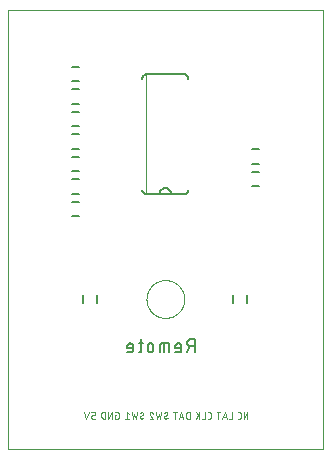
<source format=gbo>
G75*
%MOIN*%
%OFA0B0*%
%FSLAX25Y25*%
%IPPOS*%
%LPD*%
%AMOC8*
5,1,8,0,0,1.08239X$1,22.5*
%
%ADD10C,0.00000*%
%ADD11C,0.00300*%
%ADD12C,0.00600*%
%ADD13C,0.00200*%
D10*
X0001800Y0001800D02*
X0001800Y0148001D01*
X0106721Y0148001D01*
X0106721Y0001800D01*
X0001800Y0001800D01*
X0048001Y0051800D02*
X0048003Y0051958D01*
X0048009Y0052116D01*
X0048019Y0052274D01*
X0048033Y0052432D01*
X0048051Y0052589D01*
X0048072Y0052746D01*
X0048098Y0052902D01*
X0048128Y0053058D01*
X0048161Y0053213D01*
X0048199Y0053366D01*
X0048240Y0053519D01*
X0048285Y0053671D01*
X0048334Y0053822D01*
X0048387Y0053971D01*
X0048443Y0054119D01*
X0048503Y0054265D01*
X0048567Y0054410D01*
X0048635Y0054553D01*
X0048706Y0054695D01*
X0048780Y0054835D01*
X0048858Y0054972D01*
X0048940Y0055108D01*
X0049024Y0055242D01*
X0049113Y0055373D01*
X0049204Y0055502D01*
X0049299Y0055629D01*
X0049396Y0055754D01*
X0049497Y0055876D01*
X0049601Y0055995D01*
X0049708Y0056112D01*
X0049818Y0056226D01*
X0049931Y0056337D01*
X0050046Y0056446D01*
X0050164Y0056551D01*
X0050285Y0056653D01*
X0050408Y0056753D01*
X0050534Y0056849D01*
X0050662Y0056942D01*
X0050792Y0057032D01*
X0050925Y0057118D01*
X0051060Y0057202D01*
X0051196Y0057281D01*
X0051335Y0057358D01*
X0051476Y0057430D01*
X0051618Y0057500D01*
X0051762Y0057565D01*
X0051908Y0057627D01*
X0052055Y0057685D01*
X0052204Y0057740D01*
X0052354Y0057791D01*
X0052505Y0057838D01*
X0052657Y0057881D01*
X0052810Y0057920D01*
X0052965Y0057956D01*
X0053120Y0057987D01*
X0053276Y0058015D01*
X0053432Y0058039D01*
X0053589Y0058059D01*
X0053747Y0058075D01*
X0053904Y0058087D01*
X0054063Y0058095D01*
X0054221Y0058099D01*
X0054379Y0058099D01*
X0054537Y0058095D01*
X0054696Y0058087D01*
X0054853Y0058075D01*
X0055011Y0058059D01*
X0055168Y0058039D01*
X0055324Y0058015D01*
X0055480Y0057987D01*
X0055635Y0057956D01*
X0055790Y0057920D01*
X0055943Y0057881D01*
X0056095Y0057838D01*
X0056246Y0057791D01*
X0056396Y0057740D01*
X0056545Y0057685D01*
X0056692Y0057627D01*
X0056838Y0057565D01*
X0056982Y0057500D01*
X0057124Y0057430D01*
X0057265Y0057358D01*
X0057404Y0057281D01*
X0057540Y0057202D01*
X0057675Y0057118D01*
X0057808Y0057032D01*
X0057938Y0056942D01*
X0058066Y0056849D01*
X0058192Y0056753D01*
X0058315Y0056653D01*
X0058436Y0056551D01*
X0058554Y0056446D01*
X0058669Y0056337D01*
X0058782Y0056226D01*
X0058892Y0056112D01*
X0058999Y0055995D01*
X0059103Y0055876D01*
X0059204Y0055754D01*
X0059301Y0055629D01*
X0059396Y0055502D01*
X0059487Y0055373D01*
X0059576Y0055242D01*
X0059660Y0055108D01*
X0059742Y0054972D01*
X0059820Y0054835D01*
X0059894Y0054695D01*
X0059965Y0054553D01*
X0060033Y0054410D01*
X0060097Y0054265D01*
X0060157Y0054119D01*
X0060213Y0053971D01*
X0060266Y0053822D01*
X0060315Y0053671D01*
X0060360Y0053519D01*
X0060401Y0053366D01*
X0060439Y0053213D01*
X0060472Y0053058D01*
X0060502Y0052902D01*
X0060528Y0052746D01*
X0060549Y0052589D01*
X0060567Y0052432D01*
X0060581Y0052274D01*
X0060591Y0052116D01*
X0060597Y0051958D01*
X0060599Y0051800D01*
X0060597Y0051642D01*
X0060591Y0051484D01*
X0060581Y0051326D01*
X0060567Y0051168D01*
X0060549Y0051011D01*
X0060528Y0050854D01*
X0060502Y0050698D01*
X0060472Y0050542D01*
X0060439Y0050387D01*
X0060401Y0050234D01*
X0060360Y0050081D01*
X0060315Y0049929D01*
X0060266Y0049778D01*
X0060213Y0049629D01*
X0060157Y0049481D01*
X0060097Y0049335D01*
X0060033Y0049190D01*
X0059965Y0049047D01*
X0059894Y0048905D01*
X0059820Y0048765D01*
X0059742Y0048628D01*
X0059660Y0048492D01*
X0059576Y0048358D01*
X0059487Y0048227D01*
X0059396Y0048098D01*
X0059301Y0047971D01*
X0059204Y0047846D01*
X0059103Y0047724D01*
X0058999Y0047605D01*
X0058892Y0047488D01*
X0058782Y0047374D01*
X0058669Y0047263D01*
X0058554Y0047154D01*
X0058436Y0047049D01*
X0058315Y0046947D01*
X0058192Y0046847D01*
X0058066Y0046751D01*
X0057938Y0046658D01*
X0057808Y0046568D01*
X0057675Y0046482D01*
X0057540Y0046398D01*
X0057404Y0046319D01*
X0057265Y0046242D01*
X0057124Y0046170D01*
X0056982Y0046100D01*
X0056838Y0046035D01*
X0056692Y0045973D01*
X0056545Y0045915D01*
X0056396Y0045860D01*
X0056246Y0045809D01*
X0056095Y0045762D01*
X0055943Y0045719D01*
X0055790Y0045680D01*
X0055635Y0045644D01*
X0055480Y0045613D01*
X0055324Y0045585D01*
X0055168Y0045561D01*
X0055011Y0045541D01*
X0054853Y0045525D01*
X0054696Y0045513D01*
X0054537Y0045505D01*
X0054379Y0045501D01*
X0054221Y0045501D01*
X0054063Y0045505D01*
X0053904Y0045513D01*
X0053747Y0045525D01*
X0053589Y0045541D01*
X0053432Y0045561D01*
X0053276Y0045585D01*
X0053120Y0045613D01*
X0052965Y0045644D01*
X0052810Y0045680D01*
X0052657Y0045719D01*
X0052505Y0045762D01*
X0052354Y0045809D01*
X0052204Y0045860D01*
X0052055Y0045915D01*
X0051908Y0045973D01*
X0051762Y0046035D01*
X0051618Y0046100D01*
X0051476Y0046170D01*
X0051335Y0046242D01*
X0051196Y0046319D01*
X0051060Y0046398D01*
X0050925Y0046482D01*
X0050792Y0046568D01*
X0050662Y0046658D01*
X0050534Y0046751D01*
X0050408Y0046847D01*
X0050285Y0046947D01*
X0050164Y0047049D01*
X0050046Y0047154D01*
X0049931Y0047263D01*
X0049818Y0047374D01*
X0049708Y0047488D01*
X0049601Y0047605D01*
X0049497Y0047724D01*
X0049396Y0047846D01*
X0049299Y0047971D01*
X0049204Y0048098D01*
X0049113Y0048227D01*
X0049024Y0048358D01*
X0048940Y0048492D01*
X0048858Y0048628D01*
X0048780Y0048765D01*
X0048706Y0048905D01*
X0048635Y0049047D01*
X0048567Y0049190D01*
X0048503Y0049335D01*
X0048443Y0049481D01*
X0048387Y0049629D01*
X0048334Y0049778D01*
X0048285Y0049929D01*
X0048240Y0050081D01*
X0048199Y0050234D01*
X0048161Y0050387D01*
X0048128Y0050542D01*
X0048098Y0050698D01*
X0048072Y0050854D01*
X0048051Y0051011D01*
X0048033Y0051168D01*
X0048019Y0051326D01*
X0048009Y0051484D01*
X0048003Y0051642D01*
X0048001Y0051800D01*
D11*
X0044920Y0014050D02*
X0044454Y0011950D01*
X0043987Y0013350D01*
X0043520Y0011950D01*
X0043054Y0014050D01*
X0042122Y0013583D02*
X0041539Y0014050D01*
X0041539Y0011950D01*
X0042122Y0011950D02*
X0040956Y0011950D01*
X0038738Y0012417D02*
X0038738Y0013583D01*
X0038739Y0013583D02*
X0038737Y0013624D01*
X0038732Y0013664D01*
X0038723Y0013704D01*
X0038711Y0013743D01*
X0038695Y0013780D01*
X0038676Y0013817D01*
X0038655Y0013851D01*
X0038630Y0013883D01*
X0038602Y0013913D01*
X0038572Y0013941D01*
X0038540Y0013966D01*
X0038506Y0013987D01*
X0038469Y0014006D01*
X0038432Y0014022D01*
X0038393Y0014034D01*
X0038353Y0014043D01*
X0038313Y0014048D01*
X0038272Y0014050D01*
X0037572Y0014050D01*
X0037572Y0013117D02*
X0037572Y0011950D01*
X0038272Y0011950D01*
X0038313Y0011952D01*
X0038353Y0011957D01*
X0038393Y0011966D01*
X0038432Y0011978D01*
X0038469Y0011994D01*
X0038506Y0012013D01*
X0038540Y0012034D01*
X0038572Y0012059D01*
X0038602Y0012087D01*
X0038630Y0012117D01*
X0038655Y0012149D01*
X0038676Y0012184D01*
X0038695Y0012220D01*
X0038711Y0012257D01*
X0038723Y0012296D01*
X0038732Y0012336D01*
X0038737Y0012376D01*
X0038739Y0012417D01*
X0037922Y0013117D02*
X0037572Y0013117D01*
X0036434Y0014050D02*
X0035268Y0011950D01*
X0035268Y0014050D01*
X0034130Y0014050D02*
X0034130Y0011950D01*
X0033547Y0011950D01*
X0033501Y0011952D01*
X0033456Y0011957D01*
X0033411Y0011966D01*
X0033367Y0011979D01*
X0033324Y0011994D01*
X0033282Y0012014D01*
X0033242Y0012036D01*
X0033204Y0012061D01*
X0033168Y0012090D01*
X0033135Y0012121D01*
X0033104Y0012154D01*
X0033075Y0012190D01*
X0033050Y0012228D01*
X0033028Y0012268D01*
X0033008Y0012310D01*
X0032993Y0012353D01*
X0032980Y0012397D01*
X0032971Y0012442D01*
X0032966Y0012487D01*
X0032964Y0012533D01*
X0032964Y0013467D01*
X0032966Y0013513D01*
X0032971Y0013558D01*
X0032980Y0013603D01*
X0032993Y0013647D01*
X0033008Y0013690D01*
X0033028Y0013732D01*
X0033050Y0013772D01*
X0033075Y0013810D01*
X0033104Y0013846D01*
X0033135Y0013879D01*
X0033168Y0013910D01*
X0033204Y0013939D01*
X0033242Y0013964D01*
X0033282Y0013986D01*
X0033324Y0014006D01*
X0033367Y0014021D01*
X0033411Y0014034D01*
X0033456Y0014043D01*
X0033501Y0014048D01*
X0033547Y0014050D01*
X0034130Y0014050D01*
X0036434Y0014050D02*
X0036434Y0011950D01*
X0030746Y0011950D02*
X0030046Y0011950D01*
X0030005Y0011952D01*
X0029965Y0011957D01*
X0029925Y0011966D01*
X0029886Y0011978D01*
X0029849Y0011994D01*
X0029813Y0012013D01*
X0029778Y0012034D01*
X0029746Y0012059D01*
X0029716Y0012087D01*
X0029688Y0012117D01*
X0029663Y0012149D01*
X0029642Y0012184D01*
X0029623Y0012220D01*
X0029607Y0012257D01*
X0029595Y0012296D01*
X0029586Y0012336D01*
X0029581Y0012376D01*
X0029579Y0012417D01*
X0029580Y0012417D02*
X0029580Y0012650D01*
X0029579Y0012650D02*
X0029581Y0012691D01*
X0029586Y0012731D01*
X0029595Y0012771D01*
X0029607Y0012810D01*
X0029623Y0012847D01*
X0029642Y0012884D01*
X0029663Y0012918D01*
X0029688Y0012950D01*
X0029716Y0012980D01*
X0029746Y0013008D01*
X0029778Y0013033D01*
X0029813Y0013054D01*
X0029849Y0013073D01*
X0029886Y0013089D01*
X0029925Y0013101D01*
X0029965Y0013110D01*
X0030005Y0013115D01*
X0030046Y0013117D01*
X0030746Y0013117D01*
X0030746Y0014050D01*
X0029580Y0014050D01*
X0028703Y0014050D02*
X0028003Y0011950D01*
X0027303Y0014050D01*
X0046013Y0012825D02*
X0046655Y0013175D01*
X0046421Y0014050D02*
X0046365Y0014048D01*
X0046309Y0014043D01*
X0046253Y0014034D01*
X0046198Y0014021D01*
X0046144Y0014005D01*
X0046091Y0013986D01*
X0046040Y0013963D01*
X0045990Y0013937D01*
X0045942Y0013907D01*
X0045896Y0013875D01*
X0046655Y0013175D02*
X0046689Y0013197D01*
X0046721Y0013222D01*
X0046751Y0013250D01*
X0046779Y0013280D01*
X0046804Y0013313D01*
X0046826Y0013348D01*
X0046844Y0013384D01*
X0046860Y0013422D01*
X0046872Y0013461D01*
X0046881Y0013501D01*
X0046886Y0013542D01*
X0046888Y0013583D01*
X0046886Y0013624D01*
X0046881Y0013664D01*
X0046872Y0013704D01*
X0046860Y0013743D01*
X0046844Y0013780D01*
X0046825Y0013817D01*
X0046804Y0013851D01*
X0046779Y0013883D01*
X0046751Y0013913D01*
X0046721Y0013941D01*
X0046689Y0013966D01*
X0046655Y0013987D01*
X0046618Y0014006D01*
X0046581Y0014022D01*
X0046542Y0014034D01*
X0046502Y0014043D01*
X0046462Y0014048D01*
X0046421Y0014050D01*
X0046946Y0012242D02*
X0046903Y0012200D01*
X0046857Y0012162D01*
X0046809Y0012126D01*
X0046759Y0012094D01*
X0046706Y0012064D01*
X0046653Y0012038D01*
X0046597Y0012015D01*
X0046541Y0011995D01*
X0046483Y0011979D01*
X0046425Y0011966D01*
X0046365Y0011957D01*
X0046306Y0011952D01*
X0046246Y0011950D01*
X0046205Y0011952D01*
X0046165Y0011957D01*
X0046125Y0011966D01*
X0046086Y0011978D01*
X0046049Y0011994D01*
X0046013Y0012013D01*
X0045978Y0012034D01*
X0045946Y0012059D01*
X0045916Y0012087D01*
X0045888Y0012117D01*
X0045863Y0012149D01*
X0045842Y0012184D01*
X0045823Y0012220D01*
X0045807Y0012257D01*
X0045795Y0012296D01*
X0045786Y0012336D01*
X0045781Y0012376D01*
X0045779Y0012417D01*
X0045780Y0012417D02*
X0045782Y0012458D01*
X0045787Y0012499D01*
X0045796Y0012539D01*
X0045808Y0012578D01*
X0045824Y0012616D01*
X0045842Y0012652D01*
X0045864Y0012687D01*
X0045889Y0012720D01*
X0045917Y0012750D01*
X0045947Y0012778D01*
X0045979Y0012803D01*
X0046013Y0012825D01*
X0049020Y0011950D02*
X0050186Y0011950D01*
X0049195Y0013117D01*
X0049545Y0014050D02*
X0049595Y0014048D01*
X0049644Y0014043D01*
X0049693Y0014033D01*
X0049742Y0014021D01*
X0049789Y0014004D01*
X0049834Y0013985D01*
X0049879Y0013962D01*
X0049921Y0013935D01*
X0049961Y0013906D01*
X0049999Y0013874D01*
X0050035Y0013839D01*
X0050068Y0013801D01*
X0050098Y0013762D01*
X0050125Y0013720D01*
X0050149Y0013676D01*
X0050169Y0013630D01*
X0050186Y0013584D01*
X0049194Y0013117D02*
X0049162Y0013149D01*
X0049133Y0013185D01*
X0049107Y0013222D01*
X0049084Y0013262D01*
X0049065Y0013303D01*
X0049048Y0013345D01*
X0049036Y0013389D01*
X0049026Y0013434D01*
X0049021Y0013479D01*
X0049019Y0013525D01*
X0049020Y0013525D02*
X0049022Y0013568D01*
X0049027Y0013611D01*
X0049036Y0013654D01*
X0049048Y0013695D01*
X0049064Y0013736D01*
X0049083Y0013775D01*
X0049105Y0013812D01*
X0049131Y0013847D01*
X0049159Y0013881D01*
X0049189Y0013911D01*
X0049223Y0013939D01*
X0049258Y0013965D01*
X0049295Y0013987D01*
X0049334Y0014006D01*
X0049375Y0014022D01*
X0049416Y0014034D01*
X0049459Y0014043D01*
X0049502Y0014048D01*
X0049545Y0014050D01*
X0051118Y0014050D02*
X0051584Y0011950D01*
X0052051Y0013350D01*
X0052518Y0011950D01*
X0052984Y0014050D01*
X0054077Y0012825D02*
X0054719Y0013175D01*
X0054485Y0014050D02*
X0054429Y0014048D01*
X0054373Y0014043D01*
X0054317Y0014034D01*
X0054262Y0014021D01*
X0054208Y0014005D01*
X0054155Y0013986D01*
X0054104Y0013963D01*
X0054054Y0013937D01*
X0054006Y0013907D01*
X0053960Y0013875D01*
X0054719Y0013175D02*
X0054753Y0013197D01*
X0054785Y0013222D01*
X0054815Y0013250D01*
X0054843Y0013280D01*
X0054868Y0013313D01*
X0054890Y0013348D01*
X0054908Y0013384D01*
X0054924Y0013422D01*
X0054936Y0013461D01*
X0054945Y0013501D01*
X0054950Y0013542D01*
X0054952Y0013583D01*
X0054950Y0013624D01*
X0054945Y0013664D01*
X0054936Y0013704D01*
X0054924Y0013743D01*
X0054908Y0013780D01*
X0054889Y0013817D01*
X0054868Y0013851D01*
X0054843Y0013883D01*
X0054815Y0013913D01*
X0054785Y0013941D01*
X0054753Y0013966D01*
X0054719Y0013987D01*
X0054682Y0014006D01*
X0054645Y0014022D01*
X0054606Y0014034D01*
X0054566Y0014043D01*
X0054526Y0014048D01*
X0054485Y0014050D01*
X0055010Y0012242D02*
X0054967Y0012200D01*
X0054921Y0012162D01*
X0054873Y0012126D01*
X0054823Y0012094D01*
X0054770Y0012064D01*
X0054717Y0012038D01*
X0054661Y0012015D01*
X0054605Y0011995D01*
X0054547Y0011979D01*
X0054489Y0011966D01*
X0054429Y0011957D01*
X0054370Y0011952D01*
X0054310Y0011950D01*
X0054269Y0011952D01*
X0054229Y0011957D01*
X0054189Y0011966D01*
X0054150Y0011978D01*
X0054113Y0011994D01*
X0054077Y0012013D01*
X0054042Y0012034D01*
X0054010Y0012059D01*
X0053980Y0012087D01*
X0053952Y0012117D01*
X0053927Y0012149D01*
X0053906Y0012184D01*
X0053887Y0012220D01*
X0053871Y0012257D01*
X0053859Y0012296D01*
X0053850Y0012336D01*
X0053845Y0012376D01*
X0053843Y0012417D01*
X0053844Y0012417D02*
X0053846Y0012458D01*
X0053851Y0012499D01*
X0053860Y0012539D01*
X0053872Y0012578D01*
X0053888Y0012616D01*
X0053906Y0012652D01*
X0053928Y0012687D01*
X0053953Y0012720D01*
X0053981Y0012750D01*
X0054011Y0012778D01*
X0054043Y0012803D01*
X0054077Y0012825D01*
X0056940Y0014050D02*
X0058106Y0014050D01*
X0057523Y0014050D02*
X0057523Y0011950D01*
X0058839Y0011950D02*
X0059539Y0014050D01*
X0060239Y0011950D01*
X0060064Y0012475D02*
X0059014Y0012475D01*
X0061188Y0012533D02*
X0061188Y0013467D01*
X0061190Y0013513D01*
X0061195Y0013558D01*
X0061204Y0013603D01*
X0061217Y0013647D01*
X0061232Y0013690D01*
X0061252Y0013732D01*
X0061274Y0013772D01*
X0061299Y0013810D01*
X0061328Y0013846D01*
X0061359Y0013879D01*
X0061392Y0013910D01*
X0061428Y0013939D01*
X0061466Y0013964D01*
X0061506Y0013986D01*
X0061548Y0014006D01*
X0061591Y0014021D01*
X0061635Y0014034D01*
X0061680Y0014043D01*
X0061725Y0014048D01*
X0061771Y0014050D01*
X0062354Y0014050D01*
X0062354Y0011950D01*
X0061771Y0011950D01*
X0061725Y0011952D01*
X0061680Y0011957D01*
X0061635Y0011966D01*
X0061591Y0011979D01*
X0061548Y0011994D01*
X0061506Y0012014D01*
X0061466Y0012036D01*
X0061428Y0012061D01*
X0061392Y0012090D01*
X0061359Y0012121D01*
X0061328Y0012154D01*
X0061299Y0012190D01*
X0061274Y0012228D01*
X0061252Y0012268D01*
X0061232Y0012310D01*
X0061217Y0012353D01*
X0061204Y0012397D01*
X0061195Y0012442D01*
X0061190Y0012487D01*
X0061188Y0012533D01*
X0064458Y0011950D02*
X0065158Y0013233D01*
X0065625Y0012767D02*
X0064458Y0014050D01*
X0065625Y0014050D02*
X0065625Y0011950D01*
X0066599Y0011950D02*
X0067533Y0011950D01*
X0067533Y0014050D01*
X0068485Y0014050D02*
X0068951Y0014050D01*
X0068992Y0014048D01*
X0069032Y0014043D01*
X0069072Y0014034D01*
X0069111Y0014022D01*
X0069148Y0014006D01*
X0069185Y0013987D01*
X0069219Y0013966D01*
X0069251Y0013941D01*
X0069281Y0013913D01*
X0069309Y0013883D01*
X0069334Y0013851D01*
X0069355Y0013817D01*
X0069374Y0013780D01*
X0069390Y0013743D01*
X0069402Y0013704D01*
X0069411Y0013664D01*
X0069416Y0013624D01*
X0069418Y0013583D01*
X0069418Y0012417D01*
X0069416Y0012376D01*
X0069411Y0012336D01*
X0069402Y0012296D01*
X0069390Y0012257D01*
X0069374Y0012220D01*
X0069355Y0012184D01*
X0069334Y0012149D01*
X0069309Y0012117D01*
X0069281Y0012087D01*
X0069251Y0012059D01*
X0069219Y0012034D01*
X0069185Y0012013D01*
X0069148Y0011994D01*
X0069111Y0011978D01*
X0069072Y0011966D01*
X0069032Y0011957D01*
X0068992Y0011952D01*
X0068951Y0011950D01*
X0068485Y0011950D01*
X0071411Y0014050D02*
X0072578Y0014050D01*
X0071995Y0014050D02*
X0071995Y0011950D01*
X0073311Y0011950D02*
X0074011Y0014050D01*
X0074711Y0011950D01*
X0074536Y0012475D02*
X0073486Y0012475D01*
X0075455Y0011950D02*
X0076389Y0011950D01*
X0076389Y0014050D01*
X0078493Y0014050D02*
X0078959Y0014050D01*
X0079000Y0014048D01*
X0079040Y0014043D01*
X0079080Y0014034D01*
X0079119Y0014022D01*
X0079156Y0014006D01*
X0079193Y0013987D01*
X0079227Y0013966D01*
X0079259Y0013941D01*
X0079289Y0013913D01*
X0079317Y0013883D01*
X0079342Y0013851D01*
X0079363Y0013817D01*
X0079382Y0013780D01*
X0079398Y0013743D01*
X0079410Y0013704D01*
X0079419Y0013664D01*
X0079424Y0013624D01*
X0079426Y0013583D01*
X0079426Y0012417D01*
X0079424Y0012376D01*
X0079419Y0012336D01*
X0079410Y0012296D01*
X0079398Y0012257D01*
X0079382Y0012220D01*
X0079363Y0012184D01*
X0079342Y0012149D01*
X0079317Y0012117D01*
X0079289Y0012087D01*
X0079259Y0012059D01*
X0079227Y0012034D01*
X0079193Y0012013D01*
X0079156Y0011994D01*
X0079119Y0011978D01*
X0079080Y0011966D01*
X0079040Y0011957D01*
X0079000Y0011952D01*
X0078959Y0011950D01*
X0078493Y0011950D01*
X0080483Y0011950D02*
X0080483Y0014050D01*
X0081650Y0014050D02*
X0080483Y0011950D01*
X0081650Y0011950D02*
X0081650Y0014050D01*
D12*
X0064018Y0034128D02*
X0064018Y0038528D01*
X0062795Y0038528D01*
X0062795Y0038527D02*
X0062726Y0038525D01*
X0062658Y0038519D01*
X0062590Y0038510D01*
X0062523Y0038496D01*
X0062457Y0038479D01*
X0062391Y0038458D01*
X0062327Y0038434D01*
X0062265Y0038406D01*
X0062204Y0038375D01*
X0062145Y0038340D01*
X0062088Y0038302D01*
X0062033Y0038260D01*
X0061981Y0038216D01*
X0061931Y0038169D01*
X0061884Y0038119D01*
X0061840Y0038067D01*
X0061798Y0038012D01*
X0061760Y0037955D01*
X0061725Y0037896D01*
X0061694Y0037835D01*
X0061666Y0037773D01*
X0061642Y0037709D01*
X0061621Y0037643D01*
X0061604Y0037577D01*
X0061590Y0037510D01*
X0061581Y0037442D01*
X0061575Y0037374D01*
X0061573Y0037305D01*
X0061575Y0037236D01*
X0061581Y0037168D01*
X0061590Y0037100D01*
X0061604Y0037033D01*
X0061621Y0036967D01*
X0061642Y0036901D01*
X0061666Y0036837D01*
X0061694Y0036775D01*
X0061725Y0036714D01*
X0061760Y0036655D01*
X0061798Y0036598D01*
X0061840Y0036543D01*
X0061884Y0036491D01*
X0061931Y0036441D01*
X0061981Y0036394D01*
X0062033Y0036350D01*
X0062088Y0036308D01*
X0062145Y0036270D01*
X0062204Y0036235D01*
X0062265Y0036204D01*
X0062327Y0036176D01*
X0062391Y0036152D01*
X0062457Y0036131D01*
X0062523Y0036114D01*
X0062590Y0036100D01*
X0062658Y0036091D01*
X0062726Y0036085D01*
X0062795Y0036083D01*
X0064018Y0036083D01*
X0062551Y0036083D02*
X0061573Y0034128D01*
X0059609Y0034861D02*
X0059609Y0036083D01*
X0059609Y0035594D02*
X0057654Y0035594D01*
X0057654Y0036083D01*
X0057656Y0036144D01*
X0057662Y0036206D01*
X0057671Y0036266D01*
X0057685Y0036326D01*
X0057702Y0036385D01*
X0057723Y0036443D01*
X0057747Y0036499D01*
X0057775Y0036554D01*
X0057806Y0036607D01*
X0057841Y0036658D01*
X0057878Y0036706D01*
X0057919Y0036752D01*
X0057963Y0036796D01*
X0058009Y0036837D01*
X0058057Y0036874D01*
X0058108Y0036909D01*
X0058161Y0036940D01*
X0058216Y0036968D01*
X0058272Y0036992D01*
X0058330Y0037013D01*
X0058389Y0037030D01*
X0058449Y0037044D01*
X0058509Y0037053D01*
X0058571Y0037059D01*
X0058632Y0037061D01*
X0058693Y0037059D01*
X0058755Y0037053D01*
X0058815Y0037044D01*
X0058875Y0037030D01*
X0058934Y0037013D01*
X0058992Y0036992D01*
X0059048Y0036968D01*
X0059103Y0036940D01*
X0059156Y0036909D01*
X0059207Y0036874D01*
X0059255Y0036837D01*
X0059301Y0036796D01*
X0059345Y0036752D01*
X0059386Y0036706D01*
X0059423Y0036658D01*
X0059458Y0036607D01*
X0059489Y0036554D01*
X0059517Y0036499D01*
X0059541Y0036443D01*
X0059562Y0036385D01*
X0059579Y0036326D01*
X0059593Y0036266D01*
X0059602Y0036206D01*
X0059608Y0036144D01*
X0059610Y0036083D01*
X0059609Y0034861D02*
X0059607Y0034809D01*
X0059602Y0034757D01*
X0059592Y0034705D01*
X0059579Y0034654D01*
X0059563Y0034605D01*
X0059543Y0034557D01*
X0059519Y0034510D01*
X0059493Y0034465D01*
X0059463Y0034422D01*
X0059430Y0034381D01*
X0059394Y0034343D01*
X0059356Y0034307D01*
X0059315Y0034274D01*
X0059272Y0034244D01*
X0059227Y0034218D01*
X0059181Y0034194D01*
X0059132Y0034174D01*
X0059083Y0034158D01*
X0059032Y0034145D01*
X0058980Y0034135D01*
X0058928Y0034130D01*
X0058876Y0034128D01*
X0057654Y0034128D01*
X0055448Y0034128D02*
X0055448Y0037061D01*
X0053248Y0037061D01*
X0053196Y0037059D01*
X0053144Y0037054D01*
X0053092Y0037044D01*
X0053041Y0037031D01*
X0052992Y0037015D01*
X0052944Y0036995D01*
X0052897Y0036971D01*
X0052852Y0036945D01*
X0052809Y0036915D01*
X0052768Y0036882D01*
X0052730Y0036846D01*
X0052694Y0036808D01*
X0052661Y0036767D01*
X0052631Y0036724D01*
X0052605Y0036679D01*
X0052581Y0036633D01*
X0052561Y0036584D01*
X0052545Y0036535D01*
X0052532Y0036484D01*
X0052522Y0036432D01*
X0052517Y0036380D01*
X0052515Y0036328D01*
X0052515Y0034128D01*
X0053982Y0034128D02*
X0053982Y0037061D01*
X0050309Y0036083D02*
X0050309Y0035105D01*
X0050310Y0035105D02*
X0050308Y0035044D01*
X0050302Y0034982D01*
X0050293Y0034922D01*
X0050279Y0034862D01*
X0050262Y0034803D01*
X0050241Y0034745D01*
X0050217Y0034689D01*
X0050189Y0034634D01*
X0050158Y0034581D01*
X0050123Y0034530D01*
X0050086Y0034482D01*
X0050045Y0034436D01*
X0050001Y0034392D01*
X0049955Y0034351D01*
X0049907Y0034314D01*
X0049856Y0034279D01*
X0049803Y0034248D01*
X0049748Y0034220D01*
X0049692Y0034196D01*
X0049634Y0034175D01*
X0049575Y0034158D01*
X0049515Y0034144D01*
X0049455Y0034135D01*
X0049393Y0034129D01*
X0049332Y0034127D01*
X0049271Y0034129D01*
X0049209Y0034135D01*
X0049149Y0034144D01*
X0049089Y0034158D01*
X0049030Y0034175D01*
X0048972Y0034196D01*
X0048916Y0034220D01*
X0048861Y0034248D01*
X0048808Y0034279D01*
X0048757Y0034314D01*
X0048709Y0034351D01*
X0048663Y0034392D01*
X0048619Y0034436D01*
X0048578Y0034482D01*
X0048541Y0034530D01*
X0048506Y0034581D01*
X0048475Y0034634D01*
X0048447Y0034689D01*
X0048423Y0034745D01*
X0048402Y0034803D01*
X0048385Y0034862D01*
X0048371Y0034922D01*
X0048362Y0034982D01*
X0048356Y0035044D01*
X0048354Y0035105D01*
X0048354Y0036083D01*
X0048356Y0036144D01*
X0048362Y0036206D01*
X0048371Y0036266D01*
X0048385Y0036326D01*
X0048402Y0036385D01*
X0048423Y0036443D01*
X0048447Y0036499D01*
X0048475Y0036554D01*
X0048506Y0036607D01*
X0048541Y0036658D01*
X0048578Y0036706D01*
X0048619Y0036752D01*
X0048663Y0036796D01*
X0048709Y0036837D01*
X0048757Y0036874D01*
X0048808Y0036909D01*
X0048861Y0036940D01*
X0048916Y0036968D01*
X0048972Y0036992D01*
X0049030Y0037013D01*
X0049089Y0037030D01*
X0049149Y0037044D01*
X0049209Y0037053D01*
X0049271Y0037059D01*
X0049332Y0037061D01*
X0049393Y0037059D01*
X0049455Y0037053D01*
X0049515Y0037044D01*
X0049575Y0037030D01*
X0049634Y0037013D01*
X0049692Y0036992D01*
X0049748Y0036968D01*
X0049803Y0036940D01*
X0049856Y0036909D01*
X0049907Y0036874D01*
X0049955Y0036837D01*
X0050001Y0036796D01*
X0050045Y0036752D01*
X0050086Y0036706D01*
X0050123Y0036658D01*
X0050158Y0036607D01*
X0050189Y0036554D01*
X0050217Y0036499D01*
X0050241Y0036443D01*
X0050262Y0036385D01*
X0050279Y0036326D01*
X0050293Y0036266D01*
X0050302Y0036206D01*
X0050308Y0036144D01*
X0050310Y0036083D01*
X0046810Y0037061D02*
X0045344Y0037061D01*
X0046322Y0038528D02*
X0046322Y0034861D01*
X0046321Y0034861D02*
X0046319Y0034809D01*
X0046314Y0034757D01*
X0046304Y0034705D01*
X0046291Y0034654D01*
X0046275Y0034605D01*
X0046255Y0034556D01*
X0046231Y0034510D01*
X0046205Y0034465D01*
X0046175Y0034422D01*
X0046142Y0034381D01*
X0046106Y0034343D01*
X0046068Y0034307D01*
X0046027Y0034274D01*
X0045984Y0034244D01*
X0045939Y0034218D01*
X0045892Y0034194D01*
X0045844Y0034174D01*
X0045795Y0034158D01*
X0045744Y0034145D01*
X0045692Y0034135D01*
X0045640Y0034130D01*
X0045588Y0034128D01*
X0045344Y0034128D01*
X0043559Y0034861D02*
X0043559Y0036083D01*
X0043559Y0035594D02*
X0041604Y0035594D01*
X0041604Y0036083D01*
X0041606Y0036144D01*
X0041612Y0036206D01*
X0041621Y0036266D01*
X0041635Y0036326D01*
X0041652Y0036385D01*
X0041673Y0036443D01*
X0041697Y0036499D01*
X0041725Y0036554D01*
X0041756Y0036607D01*
X0041791Y0036658D01*
X0041828Y0036706D01*
X0041869Y0036752D01*
X0041913Y0036796D01*
X0041959Y0036837D01*
X0042007Y0036874D01*
X0042058Y0036909D01*
X0042111Y0036940D01*
X0042166Y0036968D01*
X0042222Y0036992D01*
X0042280Y0037013D01*
X0042339Y0037030D01*
X0042399Y0037044D01*
X0042459Y0037053D01*
X0042521Y0037059D01*
X0042582Y0037061D01*
X0042643Y0037059D01*
X0042705Y0037053D01*
X0042765Y0037044D01*
X0042825Y0037030D01*
X0042884Y0037013D01*
X0042942Y0036992D01*
X0042998Y0036968D01*
X0043053Y0036940D01*
X0043106Y0036909D01*
X0043157Y0036874D01*
X0043205Y0036837D01*
X0043251Y0036796D01*
X0043295Y0036752D01*
X0043336Y0036706D01*
X0043373Y0036658D01*
X0043408Y0036607D01*
X0043439Y0036554D01*
X0043467Y0036499D01*
X0043491Y0036443D01*
X0043512Y0036385D01*
X0043529Y0036326D01*
X0043543Y0036266D01*
X0043552Y0036206D01*
X0043558Y0036144D01*
X0043560Y0036083D01*
X0043559Y0034861D02*
X0043557Y0034809D01*
X0043552Y0034757D01*
X0043542Y0034705D01*
X0043529Y0034654D01*
X0043513Y0034605D01*
X0043493Y0034557D01*
X0043469Y0034510D01*
X0043443Y0034465D01*
X0043413Y0034422D01*
X0043380Y0034381D01*
X0043344Y0034343D01*
X0043306Y0034307D01*
X0043265Y0034274D01*
X0043222Y0034244D01*
X0043177Y0034218D01*
X0043131Y0034194D01*
X0043082Y0034174D01*
X0043033Y0034158D01*
X0042982Y0034145D01*
X0042930Y0034135D01*
X0042878Y0034130D01*
X0042826Y0034128D01*
X0041604Y0034128D01*
X0031662Y0050619D02*
X0031662Y0052981D01*
X0026938Y0052981D02*
X0026938Y0050619D01*
X0025481Y0079438D02*
X0023119Y0079438D01*
X0023119Y0084162D02*
X0025481Y0084162D01*
X0025481Y0086938D02*
X0023119Y0086938D01*
X0023119Y0091662D02*
X0025481Y0091662D01*
X0025481Y0094438D02*
X0023119Y0094438D01*
X0023119Y0099162D02*
X0025481Y0099162D01*
X0025481Y0101938D02*
X0023119Y0101938D01*
X0023119Y0106662D02*
X0025481Y0106662D01*
X0025481Y0109438D02*
X0023119Y0109438D01*
X0023119Y0114162D02*
X0025481Y0114162D01*
X0025481Y0116938D02*
X0023119Y0116938D01*
X0023119Y0121662D02*
X0025481Y0121662D01*
X0025481Y0124438D02*
X0023119Y0124438D01*
X0023119Y0129162D02*
X0025481Y0129162D01*
X0048100Y0126800D02*
X0060500Y0126800D01*
X0060576Y0126798D01*
X0060652Y0126792D01*
X0060727Y0126783D01*
X0060802Y0126769D01*
X0060876Y0126752D01*
X0060949Y0126731D01*
X0061021Y0126707D01*
X0061092Y0126678D01*
X0061161Y0126647D01*
X0061228Y0126612D01*
X0061293Y0126573D01*
X0061357Y0126531D01*
X0061418Y0126486D01*
X0061477Y0126438D01*
X0061533Y0126387D01*
X0061587Y0126333D01*
X0061638Y0126277D01*
X0061686Y0126218D01*
X0061731Y0126157D01*
X0061773Y0126093D01*
X0061812Y0126028D01*
X0061847Y0125961D01*
X0061878Y0125892D01*
X0061907Y0125821D01*
X0061931Y0125749D01*
X0061952Y0125676D01*
X0061969Y0125602D01*
X0061983Y0125527D01*
X0061992Y0125452D01*
X0061998Y0125376D01*
X0062000Y0125300D01*
X0048100Y0126800D02*
X0048024Y0126798D01*
X0047948Y0126792D01*
X0047873Y0126783D01*
X0047798Y0126769D01*
X0047724Y0126752D01*
X0047651Y0126731D01*
X0047579Y0126707D01*
X0047508Y0126678D01*
X0047439Y0126647D01*
X0047372Y0126612D01*
X0047307Y0126573D01*
X0047243Y0126531D01*
X0047182Y0126486D01*
X0047123Y0126438D01*
X0047067Y0126387D01*
X0047013Y0126333D01*
X0046962Y0126277D01*
X0046914Y0126218D01*
X0046869Y0126157D01*
X0046827Y0126093D01*
X0046788Y0126028D01*
X0046753Y0125961D01*
X0046722Y0125892D01*
X0046693Y0125821D01*
X0046669Y0125749D01*
X0046648Y0125676D01*
X0046631Y0125602D01*
X0046617Y0125527D01*
X0046608Y0125452D01*
X0046602Y0125376D01*
X0046600Y0125300D01*
X0046600Y0088300D02*
X0046602Y0088224D01*
X0046608Y0088148D01*
X0046617Y0088073D01*
X0046631Y0087998D01*
X0046648Y0087924D01*
X0046669Y0087851D01*
X0046693Y0087779D01*
X0046722Y0087708D01*
X0046753Y0087639D01*
X0046788Y0087572D01*
X0046827Y0087507D01*
X0046869Y0087443D01*
X0046914Y0087382D01*
X0046962Y0087323D01*
X0047013Y0087267D01*
X0047067Y0087213D01*
X0047123Y0087162D01*
X0047182Y0087114D01*
X0047243Y0087069D01*
X0047307Y0087027D01*
X0047372Y0086988D01*
X0047439Y0086953D01*
X0047508Y0086922D01*
X0047579Y0086893D01*
X0047651Y0086869D01*
X0047724Y0086848D01*
X0047798Y0086831D01*
X0047873Y0086817D01*
X0047948Y0086808D01*
X0048024Y0086802D01*
X0048100Y0086800D01*
X0052300Y0086800D01*
X0056300Y0086800D01*
X0060500Y0086800D01*
X0060576Y0086802D01*
X0060652Y0086808D01*
X0060727Y0086817D01*
X0060802Y0086831D01*
X0060876Y0086848D01*
X0060949Y0086869D01*
X0061021Y0086893D01*
X0061092Y0086922D01*
X0061161Y0086953D01*
X0061228Y0086988D01*
X0061293Y0087027D01*
X0061357Y0087069D01*
X0061418Y0087114D01*
X0061477Y0087162D01*
X0061533Y0087213D01*
X0061587Y0087267D01*
X0061638Y0087323D01*
X0061686Y0087382D01*
X0061731Y0087443D01*
X0061773Y0087507D01*
X0061812Y0087572D01*
X0061847Y0087639D01*
X0061878Y0087708D01*
X0061907Y0087779D01*
X0061931Y0087851D01*
X0061952Y0087924D01*
X0061969Y0087998D01*
X0061983Y0088073D01*
X0061992Y0088148D01*
X0061998Y0088224D01*
X0062000Y0088300D01*
X0056300Y0086800D02*
X0056298Y0086888D01*
X0056292Y0086977D01*
X0056282Y0087065D01*
X0056269Y0087152D01*
X0056251Y0087239D01*
X0056230Y0087325D01*
X0056205Y0087410D01*
X0056176Y0087493D01*
X0056143Y0087576D01*
X0056107Y0087656D01*
X0056068Y0087735D01*
X0056025Y0087813D01*
X0055978Y0087888D01*
X0055928Y0087961D01*
X0055875Y0088032D01*
X0055819Y0088101D01*
X0055760Y0088167D01*
X0055698Y0088230D01*
X0055634Y0088290D01*
X0055567Y0088348D01*
X0055497Y0088402D01*
X0055425Y0088454D01*
X0055351Y0088502D01*
X0055274Y0088547D01*
X0055196Y0088588D01*
X0055116Y0088626D01*
X0055035Y0088660D01*
X0054952Y0088691D01*
X0054867Y0088718D01*
X0054782Y0088741D01*
X0054696Y0088760D01*
X0054608Y0088776D01*
X0054521Y0088788D01*
X0054433Y0088796D01*
X0054344Y0088800D01*
X0054256Y0088800D01*
X0054167Y0088796D01*
X0054079Y0088788D01*
X0053992Y0088776D01*
X0053904Y0088760D01*
X0053818Y0088741D01*
X0053733Y0088718D01*
X0053648Y0088691D01*
X0053565Y0088660D01*
X0053484Y0088626D01*
X0053404Y0088588D01*
X0053326Y0088547D01*
X0053249Y0088502D01*
X0053175Y0088454D01*
X0053103Y0088402D01*
X0053033Y0088348D01*
X0052966Y0088290D01*
X0052902Y0088230D01*
X0052840Y0088167D01*
X0052781Y0088101D01*
X0052725Y0088032D01*
X0052672Y0087961D01*
X0052622Y0087888D01*
X0052575Y0087813D01*
X0052532Y0087735D01*
X0052493Y0087656D01*
X0052457Y0087576D01*
X0052424Y0087493D01*
X0052395Y0087410D01*
X0052370Y0087325D01*
X0052349Y0087239D01*
X0052331Y0087152D01*
X0052318Y0087065D01*
X0052308Y0086977D01*
X0052302Y0086888D01*
X0052300Y0086800D01*
X0076938Y0052981D02*
X0076938Y0050619D01*
X0081662Y0050619D02*
X0081662Y0052981D01*
X0083119Y0089438D02*
X0085481Y0089438D01*
X0085481Y0094162D02*
X0083119Y0094162D01*
X0083119Y0096938D02*
X0085481Y0096938D01*
X0085481Y0101662D02*
X0083119Y0101662D01*
D13*
X0048000Y0086800D02*
X0048000Y0126800D01*
M02*

</source>
